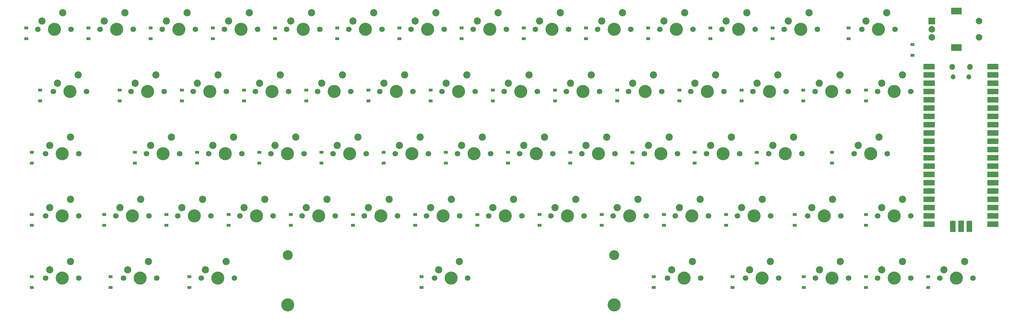
<source format=gbr>
%TF.GenerationSoftware,KiCad,Pcbnew,(6.0.8)*%
%TF.CreationDate,2022-10-10T22:04:54+01:00*%
%TF.ProjectId,keyboard-pcb,6b657962-6f61-4726-942d-7063622e6b69,1.0*%
%TF.SameCoordinates,Original*%
%TF.FileFunction,Soldermask,Bot*%
%TF.FilePolarity,Negative*%
%FSLAX46Y46*%
G04 Gerber Fmt 4.6, Leading zero omitted, Abs format (unit mm)*
G04 Created by KiCad (PCBNEW (6.0.8)) date 2022-10-10 22:04:54*
%MOMM*%
%LPD*%
G01*
G04 APERTURE LIST*
%ADD10C,1.700000*%
%ADD11C,4.000000*%
%ADD12C,2.200000*%
%ADD13R,2.000000X2.000000*%
%ADD14C,2.000000*%
%ADD15R,3.200000X2.000000*%
%ADD16C,3.050000*%
%ADD17R,1.200000X0.900000*%
%ADD18O,1.500000X1.500000*%
%ADD19O,1.800000X1.800000*%
%ADD20R,3.500000X1.700000*%
%ADD21O,1.700000X1.700000*%
%ADD22R,1.700000X1.700000*%
%ADD23R,1.700000X3.500000*%
G04 APERTURE END LIST*
D10*
%TO.C,MX28*%
X230759000Y-151121000D03*
D11*
X225679000Y-151121000D03*
D10*
X220599000Y-151121000D03*
D12*
X228219000Y-146041000D03*
X221869000Y-148581000D03*
%TD*%
D10*
%TO.C,ALT1*%
X123063000Y-189230000D03*
X133223000Y-189230000D03*
D11*
X128143000Y-189230000D03*
D12*
X130683000Y-184150000D03*
X124333000Y-186690000D03*
%TD*%
D11*
%TO.C,DEL1*%
X335280000Y-132080000D03*
D10*
X330200000Y-132080000D03*
X340360000Y-132080000D03*
D12*
X337820000Y-127000000D03*
X331470000Y-129540000D03*
%TD*%
D11*
%TO.C,MX32*%
X244729000Y-151121000D03*
D10*
X239649000Y-151121000D03*
X249809000Y-151121000D03*
D12*
X247269000Y-146041000D03*
X240919000Y-148581000D03*
%TD*%
D10*
%TO.C,SUP1*%
X109397800Y-189230000D03*
D11*
X104317800Y-189230000D03*
D10*
X99237800Y-189230000D03*
D12*
X106857800Y-184150000D03*
X100507800Y-186690000D03*
%TD*%
D10*
%TO.C,MX46*%
X311785000Y-113030000D03*
D11*
X306705000Y-113030000D03*
D10*
X301625000Y-113030000D03*
D12*
X309245000Y-107950000D03*
X302895000Y-110490000D03*
%TD*%
D10*
%TO.C,MX43*%
X292074600Y-132071000D03*
D11*
X297154600Y-132071000D03*
D10*
X302234600Y-132071000D03*
D12*
X299694600Y-126991000D03*
X293344600Y-129531000D03*
%TD*%
D10*
%TO.C,DWN1*%
X340360000Y-189230000D03*
X330200000Y-189230000D03*
D11*
X335280000Y-189230000D03*
D12*
X337820000Y-184150000D03*
X331470000Y-186690000D03*
%TD*%
D11*
%TO.C,MX12*%
X149479000Y-151121000D03*
D10*
X154559000Y-151121000D03*
X144399000Y-151121000D03*
D12*
X152019000Y-146041000D03*
X145669000Y-148581000D03*
%TD*%
D10*
%TO.C,MX33*%
X230174800Y-170171000D03*
D11*
X235254800Y-170171000D03*
D10*
X240334800Y-170171000D03*
D12*
X237794800Y-165091000D03*
X231444800Y-167631000D03*
%TD*%
D11*
%TO.C,FNC1*%
X294792400Y-189230000D03*
D10*
X289712400Y-189230000D03*
X299872400Y-189230000D03*
D12*
X297332400Y-184150000D03*
X290982400Y-186690000D03*
%TD*%
D10*
%TO.C,MX29*%
X221284800Y-170171000D03*
D11*
X216204800Y-170171000D03*
D10*
X211124800Y-170171000D03*
D12*
X218744800Y-165091000D03*
X212394800Y-167631000D03*
%TD*%
D11*
%TO.C,MX8*%
X130429000Y-151121000D03*
D10*
X125349000Y-151121000D03*
X135509000Y-151121000D03*
D12*
X132969000Y-146041000D03*
X126619000Y-148581000D03*
%TD*%
D11*
%TO.C,MX27*%
X220954600Y-132071000D03*
D10*
X226034600Y-132071000D03*
X215874600Y-132071000D03*
D12*
X223494600Y-126991000D03*
X217144600Y-129531000D03*
%TD*%
D10*
%TO.C,MX23*%
X196824600Y-132071000D03*
X206984600Y-132071000D03*
D11*
X201904600Y-132071000D03*
D12*
X204444600Y-126991000D03*
X198094600Y-129531000D03*
%TD*%
D10*
%TO.C,MX14*%
X149225000Y-113030000D03*
X159385000Y-113030000D03*
D11*
X154305000Y-113030000D03*
D12*
X156845000Y-107950000D03*
X150495000Y-110490000D03*
%TD*%
D11*
%TO.C,MX16*%
X168529000Y-151121000D03*
D10*
X173609000Y-151121000D03*
X163449000Y-151121000D03*
D12*
X171069000Y-146041000D03*
X164719000Y-148581000D03*
%TD*%
D10*
%TO.C,MX48*%
X318922400Y-170171000D03*
D11*
X313842400Y-170171000D03*
D10*
X308762400Y-170171000D03*
D12*
X316382400Y-165091000D03*
X310032400Y-167631000D03*
%TD*%
D10*
%TO.C,SHFT1*%
X85572600Y-170180000D03*
D11*
X80492600Y-170180000D03*
D10*
X75412600Y-170180000D03*
D12*
X83032600Y-165100000D03*
X76682600Y-167640000D03*
%TD*%
D11*
%TO.C,MX38*%
X268605000Y-113030000D03*
D10*
X263525000Y-113030000D03*
X273685000Y-113030000D03*
D12*
X271145000Y-107950000D03*
X264795000Y-110490000D03*
%TD*%
D10*
%TO.C,MX13*%
X145084800Y-170171000D03*
X134924800Y-170171000D03*
D11*
X140004800Y-170171000D03*
D12*
X142544800Y-165091000D03*
X136194800Y-167631000D03*
%TD*%
D11*
%TO.C,MX26*%
X211455000Y-113030000D03*
D10*
X206375000Y-113030000D03*
X216535000Y-113030000D03*
D12*
X213995000Y-107950000D03*
X207645000Y-110490000D03*
%TD*%
D13*
%TO.C,SW1*%
X346826000Y-110521000D03*
D14*
X346826000Y-115521000D03*
X346826000Y-113021000D03*
D15*
X354326000Y-118621000D03*
X354326000Y-107421000D03*
D14*
X361326000Y-115521000D03*
X361326000Y-110521000D03*
%TD*%
D10*
%TO.C,MX30*%
X235585000Y-113030000D03*
D11*
X230505000Y-113030000D03*
D10*
X225425000Y-113030000D03*
D12*
X233045000Y-107950000D03*
X226695000Y-110490000D03*
%TD*%
D10*
%TO.C,TAB1*%
X87934800Y-132080000D03*
X77774800Y-132080000D03*
D11*
X82854800Y-132080000D03*
D12*
X85394800Y-127000000D03*
X79044800Y-129540000D03*
%TD*%
D10*
%TO.C,MX6*%
X121285000Y-113021000D03*
D11*
X116205000Y-113021000D03*
D10*
X111125000Y-113021000D03*
D12*
X118745000Y-107941000D03*
X112395000Y-110481000D03*
%TD*%
D10*
%TO.C,MX34*%
X254635000Y-113030000D03*
X244475000Y-113030000D03*
D11*
X249555000Y-113030000D03*
D12*
X252095000Y-107950000D03*
X245745000Y-110490000D03*
%TD*%
D10*
%TO.C,MX10*%
X130175000Y-113021000D03*
X140335000Y-113021000D03*
D11*
X135255000Y-113021000D03*
D12*
X137795000Y-107941000D03*
X131445000Y-110481000D03*
%TD*%
D10*
%TO.C,MX47*%
X311124600Y-132071000D03*
D11*
X316204600Y-132071000D03*
D10*
X321284600Y-132071000D03*
D12*
X318744600Y-126991000D03*
X312394600Y-129531000D03*
%TD*%
D10*
%TO.C,RHT1*%
X349250000Y-189230000D03*
D11*
X354330000Y-189230000D03*
D10*
X359410000Y-189230000D03*
D12*
X356870000Y-184150000D03*
X350520000Y-186690000D03*
%TD*%
D10*
%TO.C,MX4*%
X106299000Y-151121000D03*
D11*
X111379000Y-151121000D03*
D10*
X116459000Y-151121000D03*
D12*
X113919000Y-146041000D03*
X107569000Y-148581000D03*
%TD*%
D11*
%TO.C,MX24*%
X206629000Y-151121000D03*
D10*
X211709000Y-151121000D03*
X201549000Y-151121000D03*
D12*
X209169000Y-146041000D03*
X202819000Y-148581000D03*
%TD*%
D10*
%TO.C,CTRL1*%
X75412600Y-189230000D03*
D11*
X80492600Y-189230000D03*
D10*
X85572600Y-189230000D03*
D12*
X83032600Y-184150000D03*
X76682600Y-186690000D03*
%TD*%
D11*
%TO.C,MX11*%
X144754600Y-132071000D03*
D10*
X149834600Y-132071000D03*
X139674600Y-132071000D03*
D12*
X147294600Y-126991000D03*
X140944600Y-129531000D03*
%TD*%
D10*
%TO.C,BKSP1*%
X325424800Y-113030000D03*
D11*
X330504800Y-113030000D03*
D10*
X335584800Y-113030000D03*
D12*
X333044800Y-107950000D03*
X326694800Y-110490000D03*
%TD*%
D10*
%TO.C,ALT2*%
X265912600Y-189230000D03*
D11*
X270992600Y-189230000D03*
D10*
X276072600Y-189230000D03*
D12*
X273532600Y-184150000D03*
X267182600Y-186690000D03*
%TD*%
D11*
%TO.C,MX41*%
X273354800Y-170171000D03*
D10*
X278434800Y-170171000D03*
X268274800Y-170171000D03*
D12*
X275894800Y-165091000D03*
X269544800Y-167631000D03*
%TD*%
D16*
%TO.C,SPC1*%
X249567800Y-182214800D03*
D11*
X249567800Y-197454800D03*
D16*
X149567800Y-182214800D03*
D10*
X204647800Y-189214800D03*
X194487800Y-189214800D03*
D11*
X199567800Y-189214800D03*
X149567800Y-197454800D03*
D12*
X202107800Y-184134800D03*
X195757800Y-186674800D03*
%TD*%
D10*
%TO.C,MX18*%
X178435000Y-113030000D03*
X168275000Y-113030000D03*
D11*
X173355000Y-113030000D03*
D12*
X175895000Y-107950000D03*
X169545000Y-110490000D03*
%TD*%
D10*
%TO.C,MX36*%
X268884400Y-151121000D03*
X258724400Y-151121000D03*
D11*
X263804400Y-151121000D03*
D12*
X266344400Y-146041000D03*
X259994400Y-148581000D03*
%TD*%
D11*
%TO.C,MX25*%
X197154800Y-170171000D03*
D10*
X202234800Y-170171000D03*
X192074800Y-170171000D03*
D12*
X199694800Y-165091000D03*
X193344800Y-167631000D03*
%TD*%
D10*
%TO.C,ENT1*%
X323062600Y-151130000D03*
D11*
X328142600Y-151130000D03*
D10*
X333222600Y-151130000D03*
D12*
X330682600Y-146050000D03*
X324332600Y-148590000D03*
%TD*%
D11*
%TO.C,MX2*%
X97155000Y-113030000D03*
D10*
X102235000Y-113030000D03*
X92075000Y-113030000D03*
D12*
X99695000Y-107950000D03*
X93345000Y-110490000D03*
%TD*%
D10*
%TO.C,MX15*%
X168884600Y-132071000D03*
D11*
X163804600Y-132071000D03*
D10*
X158724600Y-132071000D03*
D12*
X166344600Y-126991000D03*
X159994600Y-129531000D03*
%TD*%
D10*
%TO.C,CAP1*%
X75412600Y-151130000D03*
X85572600Y-151130000D03*
D11*
X80492600Y-151130000D03*
D12*
X83032600Y-146050000D03*
X76682600Y-148590000D03*
%TD*%
D11*
%TO.C,UP1*%
X335280000Y-170196400D03*
D10*
X340360000Y-170196400D03*
X330200000Y-170196400D03*
D12*
X337820000Y-165116400D03*
X331470000Y-167656400D03*
%TD*%
D11*
%TO.C,MX31*%
X240004600Y-132071000D03*
D10*
X234924600Y-132071000D03*
X245084600Y-132071000D03*
D12*
X242544600Y-126991000D03*
X236194600Y-129531000D03*
%TD*%
D11*
%TO.C,MX35*%
X259054600Y-132071000D03*
D10*
X264134600Y-132071000D03*
X253974600Y-132071000D03*
D12*
X261594600Y-126991000D03*
X255244600Y-129531000D03*
%TD*%
D10*
%TO.C,MX5*%
X107010200Y-170180000D03*
D11*
X101930200Y-170180000D03*
D10*
X96850200Y-170180000D03*
D12*
X104470200Y-165100000D03*
X98120200Y-167640000D03*
%TD*%
D10*
%TO.C,MX42*%
X292735000Y-113030000D03*
D11*
X287655000Y-113030000D03*
D10*
X282575000Y-113030000D03*
D12*
X290195000Y-107950000D03*
X283845000Y-110490000D03*
%TD*%
D10*
%TO.C,MX40*%
X287934400Y-151121000D03*
D11*
X282854400Y-151121000D03*
D10*
X277774400Y-151121000D03*
D12*
X285394400Y-146041000D03*
X279044400Y-148581000D03*
%TD*%
D10*
%TO.C,MX7*%
X120624600Y-132071000D03*
X130784600Y-132071000D03*
D11*
X125704600Y-132071000D03*
D12*
X128244600Y-126991000D03*
X121894600Y-129531000D03*
%TD*%
D10*
%TO.C,MX22*%
X197485000Y-113030000D03*
X187325000Y-113030000D03*
D11*
X192405000Y-113030000D03*
D12*
X194945000Y-107950000D03*
X188595000Y-110490000D03*
%TD*%
D10*
%TO.C,MX19*%
X187934600Y-132071000D03*
D11*
X182854600Y-132071000D03*
D10*
X177774600Y-132071000D03*
D12*
X185394600Y-126991000D03*
X179044600Y-129531000D03*
%TD*%
D10*
%TO.C,MX37*%
X259384800Y-170171000D03*
X249224800Y-170171000D03*
D11*
X254304800Y-170171000D03*
D12*
X256844800Y-165091000D03*
X250494800Y-167631000D03*
%TD*%
D11*
%TO.C,MX17*%
X159054800Y-170171000D03*
D10*
X164134800Y-170171000D03*
X153974800Y-170171000D03*
D12*
X161594800Y-165091000D03*
X155244800Y-167631000D03*
%TD*%
D10*
%TO.C,MX39*%
X273024600Y-132071000D03*
X283184600Y-132071000D03*
D11*
X278104600Y-132071000D03*
D12*
X280644600Y-126991000D03*
X274294600Y-129531000D03*
%TD*%
D10*
%TO.C,MX20*%
X192659000Y-151121000D03*
D11*
X187579000Y-151121000D03*
D10*
X182499000Y-151121000D03*
D12*
X190119000Y-146041000D03*
X183769000Y-148581000D03*
%TD*%
D10*
%TO.C,MX3*%
X101574600Y-132071000D03*
D11*
X106654600Y-132071000D03*
D10*
X111734600Y-132071000D03*
D12*
X109194600Y-126991000D03*
X102844600Y-129531000D03*
%TD*%
D11*
%TO.C,MX21*%
X178104800Y-170171000D03*
D10*
X183184800Y-170171000D03*
X173024800Y-170171000D03*
D12*
X180644800Y-165091000D03*
X174294800Y-167631000D03*
%TD*%
D11*
%TO.C,MX45*%
X292404800Y-170171000D03*
D10*
X287324800Y-170171000D03*
X297484800Y-170171000D03*
D12*
X294944800Y-165091000D03*
X288594800Y-167631000D03*
%TD*%
D11*
%TO.C,MX1*%
X78105000Y-113030000D03*
D10*
X73025000Y-113030000D03*
X83185000Y-113030000D03*
D12*
X80645000Y-107950000D03*
X74295000Y-110490000D03*
%TD*%
D10*
%TO.C,LFT1*%
X311150000Y-189230000D03*
D11*
X316230000Y-189230000D03*
D10*
X321310000Y-189230000D03*
D12*
X318770000Y-184150000D03*
X312420000Y-186690000D03*
%TD*%
D10*
%TO.C,MX9*%
X126034800Y-170171000D03*
D11*
X120954800Y-170171000D03*
D10*
X115874800Y-170171000D03*
D12*
X123494800Y-165091000D03*
X117144800Y-167631000D03*
%TD*%
D11*
%TO.C,MX44*%
X301929800Y-151121000D03*
D10*
X307009800Y-151121000D03*
X296849800Y-151121000D03*
D12*
X304469800Y-146041000D03*
X298119800Y-148581000D03*
%TD*%
D17*
%TO.C,D59*%
X304850800Y-173091000D03*
X304850800Y-169791000D03*
%TD*%
%TO.C,D9*%
X93345000Y-173100000D03*
X93345000Y-169800000D03*
%TD*%
%TO.C,D46*%
X259969000Y-115950000D03*
X259969000Y-112650000D03*
%TD*%
%TO.C,D47*%
X269494000Y-135000000D03*
X269494000Y-131700000D03*
%TD*%
%TO.C,D7*%
X98044000Y-135000000D03*
X98044000Y-131700000D03*
%TD*%
%TO.C,D16*%
X126619000Y-115950000D03*
X126619000Y-112650000D03*
%TD*%
%TO.C,D21*%
X155194000Y-135000000D03*
X155194000Y-131700000D03*
%TD*%
%TO.C,D63*%
X326644000Y-173100000D03*
X326644000Y-169800000D03*
%TD*%
%TO.C,D14*%
X112395000Y-173100000D03*
X112395000Y-169800000D03*
%TD*%
%TO.C,D65*%
X340868000Y-121021000D03*
X340868000Y-117721000D03*
%TD*%
%TO.C,D39*%
X236093000Y-154050000D03*
X236093000Y-150750000D03*
%TD*%
%TO.C,D24*%
X164719000Y-115950000D03*
X164719000Y-112650000D03*
%TD*%
%TO.C,D49*%
X264795000Y-173100000D03*
X264795000Y-169800000D03*
%TD*%
%TO.C,D50*%
X285800800Y-192141000D03*
X285800800Y-188841000D03*
%TD*%
%TO.C,D35*%
X217043000Y-154050000D03*
X217043000Y-150750000D03*
%TD*%
%TO.C,D51*%
X279019000Y-115950000D03*
X279019000Y-112650000D03*
%TD*%
%TO.C,D18*%
X140843000Y-154050000D03*
X140843000Y-150750000D03*
%TD*%
%TO.C,D22*%
X159893000Y-154050000D03*
X159893000Y-150750000D03*
%TD*%
%TO.C,D4*%
X71170800Y-173091000D03*
X71170800Y-169791000D03*
%TD*%
%TO.C,D30*%
X197993000Y-154050000D03*
X197993000Y-150750000D03*
%TD*%
%TO.C,D34*%
X212344000Y-135000000D03*
X212344000Y-131700000D03*
%TD*%
%TO.C,D12*%
X117094000Y-135000000D03*
X117094000Y-131700000D03*
%TD*%
%TO.C,D2*%
X73710800Y-134991000D03*
X73710800Y-131691000D03*
%TD*%
%TO.C,D44*%
X245745000Y-173100000D03*
X245745000Y-169800000D03*
%TD*%
%TO.C,D33*%
X202819000Y-115950000D03*
X202819000Y-112650000D03*
%TD*%
%TO.C,D52*%
X288544000Y-135000000D03*
X288544000Y-131700000D03*
%TD*%
%TO.C,D58*%
X316230000Y-154041000D03*
X316230000Y-150741000D03*
%TD*%
%TO.C,D54*%
X283845000Y-173100000D03*
X283845000Y-169800000D03*
%TD*%
%TO.C,D26*%
X178943000Y-154050000D03*
X178943000Y-150750000D03*
%TD*%
%TO.C,D28*%
X183769000Y-115950000D03*
X183769000Y-112650000D03*
%TD*%
%TO.C,D27*%
X169545000Y-173100000D03*
X169545000Y-169800000D03*
%TD*%
%TO.C,D55*%
X307594000Y-192150000D03*
X307594000Y-188850000D03*
%TD*%
%TO.C,D20*%
X145669000Y-115950000D03*
X145669000Y-112650000D03*
%TD*%
%TO.C,D17*%
X136144000Y-135000000D03*
X136144000Y-131700000D03*
%TD*%
%TO.C,D29*%
X193294000Y-135000000D03*
X193294000Y-131700000D03*
%TD*%
%TO.C,D32*%
X190550800Y-192141000D03*
X190550800Y-188841000D03*
%TD*%
%TO.C,D38*%
X231394000Y-135000000D03*
X231394000Y-131700000D03*
%TD*%
%TO.C,D41*%
X240919000Y-115950000D03*
X240919000Y-112650000D03*
%TD*%
%TO.C,D45*%
X261670800Y-192141000D03*
X261670800Y-188841000D03*
%TD*%
%TO.C,D48*%
X274193000Y-154050000D03*
X274193000Y-150750000D03*
%TD*%
%TO.C,D25*%
X174244000Y-135000000D03*
X174244000Y-131700000D03*
%TD*%
%TO.C,D3*%
X71170800Y-154041000D03*
X71170800Y-150741000D03*
%TD*%
%TO.C,D8*%
X102743000Y-154050000D03*
X102743000Y-150750000D03*
%TD*%
%TO.C,D60*%
X326644000Y-192150000D03*
X326644000Y-188850000D03*
%TD*%
D18*
%TO.C,U1*%
X358202800Y-127611000D03*
X353352800Y-127611000D03*
D19*
X358502800Y-124581000D03*
X353052800Y-124581000D03*
D20*
X365567800Y-124451000D03*
D21*
X364667800Y-124451000D03*
D20*
X365567800Y-126991000D03*
D21*
X364667800Y-126991000D03*
D22*
X364667800Y-129531000D03*
D20*
X365567800Y-129531000D03*
X365567800Y-132071000D03*
D21*
X364667800Y-132071000D03*
D20*
X365567800Y-134611000D03*
D21*
X364667800Y-134611000D03*
X364667800Y-137151000D03*
D20*
X365567800Y-137151000D03*
X365567800Y-139691000D03*
D21*
X364667800Y-139691000D03*
D22*
X364667800Y-142231000D03*
D20*
X365567800Y-142231000D03*
X365567800Y-144771000D03*
D21*
X364667800Y-144771000D03*
X364667800Y-147311000D03*
D20*
X365567800Y-147311000D03*
D21*
X364667800Y-149851000D03*
D20*
X365567800Y-149851000D03*
X365567800Y-152391000D03*
D21*
X364667800Y-152391000D03*
D22*
X364667800Y-154931000D03*
D20*
X365567800Y-154931000D03*
D21*
X364667800Y-157471000D03*
D20*
X365567800Y-157471000D03*
D21*
X364667800Y-160011000D03*
D20*
X365567800Y-160011000D03*
X365567800Y-162551000D03*
D21*
X364667800Y-162551000D03*
X364667800Y-165091000D03*
D20*
X365567800Y-165091000D03*
D22*
X364667800Y-167631000D03*
D20*
X365567800Y-167631000D03*
D21*
X364667800Y-170171000D03*
D20*
X365567800Y-170171000D03*
D21*
X364667800Y-172711000D03*
D20*
X365567800Y-172711000D03*
D21*
X346887800Y-172711000D03*
D20*
X345987800Y-172711000D03*
D21*
X346887800Y-170171000D03*
D20*
X345987800Y-170171000D03*
D22*
X346887800Y-167631000D03*
D20*
X345987800Y-167631000D03*
D21*
X346887800Y-165091000D03*
D20*
X345987800Y-165091000D03*
X345987800Y-162551000D03*
D21*
X346887800Y-162551000D03*
X346887800Y-160011000D03*
D20*
X345987800Y-160011000D03*
X345987800Y-157471000D03*
D21*
X346887800Y-157471000D03*
D22*
X346887800Y-154931000D03*
D20*
X345987800Y-154931000D03*
D21*
X346887800Y-152391000D03*
D20*
X345987800Y-152391000D03*
X345987800Y-149851000D03*
D21*
X346887800Y-149851000D03*
D20*
X345987800Y-147311000D03*
D21*
X346887800Y-147311000D03*
D20*
X345987800Y-144771000D03*
D21*
X346887800Y-144771000D03*
D22*
X346887800Y-142231000D03*
D20*
X345987800Y-142231000D03*
D21*
X346887800Y-139691000D03*
D20*
X345987800Y-139691000D03*
X345987800Y-137151000D03*
D21*
X346887800Y-137151000D03*
D20*
X345987800Y-134611000D03*
D21*
X346887800Y-134611000D03*
D20*
X345987800Y-132071000D03*
D21*
X346887800Y-132071000D03*
D20*
X345987800Y-129531000D03*
D22*
X346887800Y-129531000D03*
D21*
X346887800Y-126991000D03*
D20*
X345987800Y-126991000D03*
X345987800Y-124451000D03*
D21*
X346887800Y-124451000D03*
X358317800Y-172481000D03*
D23*
X358317800Y-173381000D03*
X355777800Y-173381000D03*
D22*
X355777800Y-172481000D03*
D23*
X353237800Y-173381000D03*
D21*
X353237800Y-172481000D03*
%TD*%
D17*
%TO.C,D57*%
X307467000Y-135000000D03*
X307467000Y-131700000D03*
%TD*%
%TO.C,D36*%
X207645000Y-173100000D03*
X207645000Y-169800000D03*
%TD*%
%TO.C,D43*%
X255143000Y-154050000D03*
X255143000Y-150750000D03*
%TD*%
%TO.C,D42*%
X250444000Y-135000000D03*
X250444000Y-131700000D03*
%TD*%
%TO.C,D19*%
X131445000Y-173100000D03*
X131445000Y-169800000D03*
%TD*%
%TO.C,D5*%
X71170800Y-192141000D03*
X71170800Y-188841000D03*
%TD*%
%TO.C,D62*%
X326644000Y-135000000D03*
X326644000Y-131700000D03*
%TD*%
%TO.C,D6*%
X88519000Y-115950000D03*
X88519000Y-112650000D03*
%TD*%
%TO.C,D37*%
X221869000Y-115950000D03*
X221869000Y-112650000D03*
%TD*%
%TO.C,D61*%
X321360800Y-115941000D03*
X321360800Y-112641000D03*
%TD*%
%TO.C,D1*%
X69469000Y-115950000D03*
X69469000Y-112650000D03*
%TD*%
%TO.C,D15*%
X119430800Y-192141000D03*
X119430800Y-188841000D03*
%TD*%
%TO.C,D13*%
X121793000Y-154050000D03*
X121793000Y-150750000D03*
%TD*%
%TO.C,D64*%
X345694000Y-192150000D03*
X345694000Y-188850000D03*
%TD*%
%TO.C,D31*%
X188595000Y-173100000D03*
X188595000Y-169800000D03*
%TD*%
%TO.C,D56*%
X298069000Y-115950000D03*
X298069000Y-112650000D03*
%TD*%
%TO.C,D23*%
X150495000Y-173100000D03*
X150495000Y-169800000D03*
%TD*%
%TO.C,D10*%
X95300800Y-192141000D03*
X95300800Y-188841000D03*
%TD*%
%TO.C,D40*%
X226695000Y-173100000D03*
X226695000Y-169800000D03*
%TD*%
%TO.C,D11*%
X107569000Y-115950000D03*
X107569000Y-112650000D03*
%TD*%
%TO.C,D53*%
X293243000Y-154050000D03*
X293243000Y-150750000D03*
%TD*%
M02*

</source>
